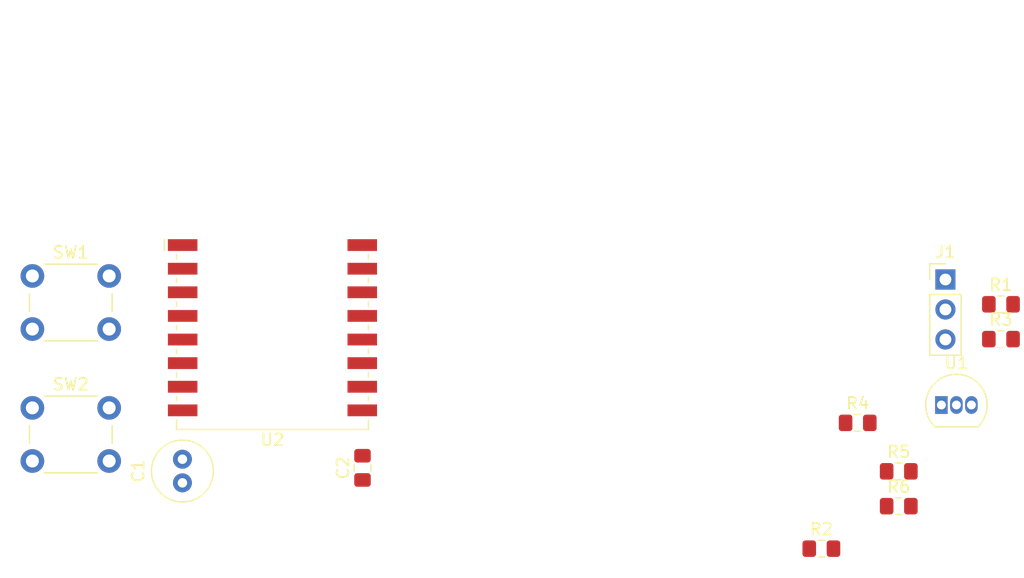
<source format=kicad_pcb>
(kicad_pcb (version 20171130) (host pcbnew 5.1.5+dfsg1-2build2)

  (general
    (thickness 1.6)
    (drawings 0)
    (tracks 0)
    (zones 0)
    (modules 13)
    (nets 16)
  )

  (page A4)
  (layers
    (0 F.Cu signal)
    (31 B.Cu signal)
    (32 B.Adhes user)
    (33 F.Adhes user)
    (34 B.Paste user)
    (35 F.Paste user)
    (36 B.SilkS user)
    (37 F.SilkS user)
    (38 B.Mask user)
    (39 F.Mask user)
    (40 Dwgs.User user)
    (41 Cmts.User user)
    (42 Eco1.User user)
    (43 Eco2.User user)
    (44 Edge.Cuts user)
    (45 Margin user)
    (46 B.CrtYd user)
    (47 F.CrtYd user)
    (48 B.Fab user)
    (49 F.Fab user)
  )

  (setup
    (last_trace_width 0.25)
    (trace_clearance 0.2)
    (zone_clearance 0.508)
    (zone_45_only no)
    (trace_min 0.2)
    (via_size 0.8)
    (via_drill 0.4)
    (via_min_size 0.4)
    (via_min_drill 0.3)
    (uvia_size 0.3)
    (uvia_drill 0.1)
    (uvias_allowed no)
    (uvia_min_size 0.2)
    (uvia_min_drill 0.1)
    (edge_width 0.05)
    (segment_width 0.2)
    (pcb_text_width 0.3)
    (pcb_text_size 1.5 1.5)
    (mod_edge_width 0.12)
    (mod_text_size 1 1)
    (mod_text_width 0.15)
    (pad_size 1.524 1.524)
    (pad_drill 0.762)
    (pad_to_mask_clearance 0.051)
    (solder_mask_min_width 0.25)
    (aux_axis_origin 0 0)
    (visible_elements FFFFFF7F)
    (pcbplotparams
      (layerselection 0x010fc_ffffffff)
      (usegerberextensions false)
      (usegerberattributes false)
      (usegerberadvancedattributes false)
      (creategerberjobfile false)
      (excludeedgelayer true)
      (linewidth 0.100000)
      (plotframeref false)
      (viasonmask false)
      (mode 1)
      (useauxorigin false)
      (hpglpennumber 1)
      (hpglpenspeed 20)
      (hpglpendiameter 15.000000)
      (psnegative false)
      (psa4output false)
      (plotreference true)
      (plotvalue true)
      (plotinvisibletext false)
      (padsonsilk false)
      (subtractmaskfromsilk false)
      (outputformat 1)
      (mirror false)
      (drillshape 1)
      (scaleselection 1)
      (outputdirectory ""))
  )

  (net 0 "")
  (net 1 "Net-(C1-Pad2)")
  (net 2 "Net-(C1-Pad1)")
  (net 3 "Net-(J1-Pad2)")
  (net 4 "Net-(J1-Pad1)")
  (net 5 "Net-(R1-Pad2)")
  (net 6 "Net-(R1-Pad1)")
  (net 7 "Net-(R3-Pad2)")
  (net 8 "Net-(R4-Pad2)")
  (net 9 "Net-(U2-Pad5)")
  (net 10 "Net-(U2-Pad6)")
  (net 11 "Net-(U2-Pad7)")
  (net 12 SDA)
  (net 13 SCL)
  (net 14 "Net-(R5-Pad2)")
  (net 15 "Net-(R6-Pad1)")

  (net_class Default "This is the default net class."
    (clearance 0.2)
    (trace_width 0.25)
    (via_dia 0.8)
    (via_drill 0.4)
    (uvia_dia 0.3)
    (uvia_drill 0.1)
    (add_net "Net-(C1-Pad1)")
    (add_net "Net-(C1-Pad2)")
    (add_net "Net-(J1-Pad1)")
    (add_net "Net-(J1-Pad2)")
    (add_net "Net-(R1-Pad1)")
    (add_net "Net-(R1-Pad2)")
    (add_net "Net-(R3-Pad2)")
    (add_net "Net-(R4-Pad2)")
    (add_net "Net-(R5-Pad2)")
    (add_net "Net-(R6-Pad1)")
    (add_net "Net-(U2-Pad5)")
    (add_net "Net-(U2-Pad6)")
    (add_net "Net-(U2-Pad7)")
    (add_net SCL)
    (add_net SDA)
  )

  (module Resistor_SMD:R_0805_2012Metric_Pad1.15x1.40mm_HandSolder (layer F.Cu) (tedit 5B36C52B) (tstamp 60A293D5)
    (at 246.38 147.32)
    (descr "Resistor SMD 0805 (2012 Metric), square (rectangular) end terminal, IPC_7351 nominal with elongated pad for handsoldering. (Body size source: https://docs.google.com/spreadsheets/d/1BsfQQcO9C6DZCsRaXUlFlo91Tg2WpOkGARC1WS5S8t0/edit?usp=sharing), generated with kicad-footprint-generator")
    (tags "resistor handsolder")
    (path /60AD0C2C)
    (attr smd)
    (fp_text reference R4 (at 0 -1.65) (layer F.SilkS)
      (effects (font (size 1 1) (thickness 0.15)))
    )
    (fp_text value 10k (at 0 1.65) (layer F.Fab)
      (effects (font (size 1 1) (thickness 0.15)))
    )
    (fp_text user %R (at 0 0) (layer F.Fab)
      (effects (font (size 0.5 0.5) (thickness 0.08)))
    )
    (fp_line (start 1.85 0.95) (end -1.85 0.95) (layer F.CrtYd) (width 0.05))
    (fp_line (start 1.85 -0.95) (end 1.85 0.95) (layer F.CrtYd) (width 0.05))
    (fp_line (start -1.85 -0.95) (end 1.85 -0.95) (layer F.CrtYd) (width 0.05))
    (fp_line (start -1.85 0.95) (end -1.85 -0.95) (layer F.CrtYd) (width 0.05))
    (fp_line (start -0.261252 0.71) (end 0.261252 0.71) (layer F.SilkS) (width 0.12))
    (fp_line (start -0.261252 -0.71) (end 0.261252 -0.71) (layer F.SilkS) (width 0.12))
    (fp_line (start 1 0.6) (end -1 0.6) (layer F.Fab) (width 0.1))
    (fp_line (start 1 -0.6) (end 1 0.6) (layer F.Fab) (width 0.1))
    (fp_line (start -1 -0.6) (end 1 -0.6) (layer F.Fab) (width 0.1))
    (fp_line (start -1 0.6) (end -1 -0.6) (layer F.Fab) (width 0.1))
    (pad 2 smd roundrect (at 1.025 0) (size 1.15 1.4) (layers F.Cu F.Paste F.Mask) (roundrect_rratio 0.217391)
      (net 8 "Net-(R4-Pad2)"))
    (pad 1 smd roundrect (at -1.025 0) (size 1.15 1.4) (layers F.Cu F.Paste F.Mask) (roundrect_rratio 0.217391)
      (net 2 "Net-(C1-Pad1)"))
    (model ${KISYS3DMOD}/Resistor_SMD.3dshapes/R_0805_2012Metric.wrl
      (at (xyz 0 0 0))
      (scale (xyz 1 1 1))
      (rotate (xyz 0 0 0))
    )
  )

  (module RF_Module:ESP-07 (layer F.Cu) (tedit 5B1D6972) (tstamp 60A28BC5)
    (at 196.85 137.16)
    (descr "Wi-Fi Module, http://wiki.ai-thinker.com/_media/esp8266/docs/a007ps01a2_esp-07_product_specification_v1.2.pdf")
    (tags "Wi-Fi Module")
    (path /60A2EFB5)
    (attr smd)
    (fp_text reference U2 (at 0 11.6) (layer F.SilkS)
      (effects (font (size 1 1) (thickness 0.15)))
    )
    (fp_text value ESP-07 (at 0 9.6) (layer F.Fab)
      (effects (font (size 1 1) (thickness 0.15)))
    )
    (fp_text user "No metal, traces, or components\non any PCB layer if using on-board antenna" (at 0 -14.3 180) (layer Cmts.User)
      (effects (font (size 0.8 0.8) (thickness 0.12)))
    )
    (fp_text user "KEEP-OUT ZONE" (at 0 -17.3 180) (layer Cmts.User)
      (effects (font (size 1 1) (thickness 0.15)))
    )
    (fp_text user %R (at 0 0) (layer F.Fab)
      (effects (font (size 1 1) (thickness 0.15)))
    )
    (fp_line (start -8 -10.6) (end 8 -10.6) (layer F.Fab) (width 0.1))
    (fp_line (start 8 -10.6) (end 8 10.6) (layer F.Fab) (width 0.1))
    (fp_line (start 8 10.6) (end -8 10.6) (layer F.Fab) (width 0.1))
    (fp_line (start -8 10.6) (end -8 -4.4) (layer F.Fab) (width 0.1))
    (fp_line (start -8 -4.4) (end -7.5 -4.9) (layer F.Fab) (width 0.1))
    (fp_line (start -7.5 -4.9) (end -8 -5.4) (layer F.Fab) (width 0.1))
    (fp_line (start -8 -5.4) (end -8 -10.6) (layer F.Fab) (width 0.1))
    (fp_line (start -9.1 -10.85) (end 9.1 -10.85) (layer F.CrtYd) (width 0.05))
    (fp_line (start 9.1 -10.85) (end 9.1 10.85) (layer F.CrtYd) (width 0.05))
    (fp_line (start 9.1 10.85) (end -9.1 10.85) (layer F.CrtYd) (width 0.05))
    (fp_line (start -9.1 10.85) (end -9.1 -10.85) (layer F.CrtYd) (width 0.05))
    (fp_line (start 8.12 9.9) (end 8.12 10.72) (layer F.SilkS) (width 0.12))
    (fp_line (start 8.12 10.72) (end -8.12 10.72) (layer F.SilkS) (width 0.12))
    (fp_line (start -8.12 10.72) (end -8.12 9.9) (layer F.SilkS) (width 0.12))
    (fp_line (start -9.15 -5.4) (end -9.15 -4.4) (layer F.SilkS) (width 0.12))
    (fp_line (start -23 -25.6) (end 23 -25.6) (layer Dwgs.User) (width 0.12))
    (fp_line (start -23 -25.6) (end -23 -6) (layer Dwgs.User) (width 0.12))
    (fp_line (start 23 -6) (end -23 -6) (layer Dwgs.User) (width 0.12))
    (fp_line (start 23 -6) (end 23 -25.6) (layer Dwgs.User) (width 0.12))
    (fp_line (start -20 -25.6) (end -23 -22.6) (layer Dwgs.User) (width 0.12))
    (fp_line (start -17 -25.6) (end -23 -19.6) (layer Dwgs.User) (width 0.12))
    (fp_line (start -14 -25.6) (end -23 -16.6) (layer Dwgs.User) (width 0.12))
    (fp_line (start -11 -25.6) (end -23 -13.6) (layer Dwgs.User) (width 0.12))
    (fp_line (start -8 -25.6) (end -23 -10.6) (layer Dwgs.User) (width 0.12))
    (fp_line (start -5 -25.6) (end -23 -7.6) (layer Dwgs.User) (width 0.12))
    (fp_line (start -2 -25.6) (end -21.6 -6) (layer Dwgs.User) (width 0.12))
    (fp_line (start 1 -25.6) (end -18.6 -6) (layer Dwgs.User) (width 0.12))
    (fp_line (start -15.6 -6) (end 4 -25.6) (layer Dwgs.User) (width 0.12))
    (fp_line (start -6.6 -6) (end 13 -25.6) (layer Dwgs.User) (width 0.12))
    (fp_line (start 10 -25.6) (end -9.6 -6) (layer Dwgs.User) (width 0.12))
    (fp_line (start 7 -25.6) (end -12.6 -6) (layer Dwgs.User) (width 0.12))
    (fp_line (start 2.4 -6) (end 22 -25.6) (layer Dwgs.User) (width 0.12))
    (fp_line (start 16 -25.6) (end -3.6 -6) (layer Dwgs.User) (width 0.12))
    (fp_line (start 19 -25.6) (end -0.6 -6) (layer Dwgs.User) (width 0.12))
    (fp_line (start 5.4 -6) (end 23 -23.6) (layer Dwgs.User) (width 0.12))
    (fp_line (start 23 -20.6) (end 8.4 -6) (layer Dwgs.User) (width 0.12))
    (fp_line (start 23 -17.6) (end 11.4 -6) (layer Dwgs.User) (width 0.12))
    (fp_line (start 23 -14.6) (end 14.4 -6) (layer Dwgs.User) (width 0.12))
    (fp_line (start 23 -11.6) (end 17.4 -6) (layer Dwgs.User) (width 0.12))
    (fp_line (start 23 -8.6) (end 20.4 -6) (layer Dwgs.User) (width 0.12))
    (fp_line (start -8.12 8.3) (end -8.12 7.9) (layer F.SilkS) (width 0.12))
    (fp_line (start 8.12 8.3) (end 8.12 7.9) (layer F.SilkS) (width 0.12))
    (fp_line (start -8.12 6.3) (end -8.12 5.9) (layer F.SilkS) (width 0.12))
    (fp_line (start 8.12 6.3) (end 8.12 5.9) (layer F.SilkS) (width 0.12))
    (fp_line (start -8.12 4.3) (end -8.12 3.9) (layer F.SilkS) (width 0.12))
    (fp_line (start 8.12 4.3) (end 8.12 3.9) (layer F.SilkS) (width 0.12))
    (fp_line (start -8.12 2.3) (end -8.12 1.9) (layer F.SilkS) (width 0.12))
    (fp_line (start 8.12 2.3) (end 8.12 1.9) (layer F.SilkS) (width 0.12))
    (fp_line (start -8.12 0.3) (end -8.12 -0.1) (layer F.SilkS) (width 0.12))
    (fp_line (start 8.12 0.3) (end 8.12 -0.1) (layer F.SilkS) (width 0.12))
    (fp_line (start -8.12 -1.7) (end -8.12 -2.1) (layer F.SilkS) (width 0.12))
    (fp_line (start 8.12 -1.7) (end 8.12 -2.1) (layer F.SilkS) (width 0.12))
    (fp_line (start -8.12 -3.7) (end -8.12 -4.1) (layer F.SilkS) (width 0.12))
    (fp_line (start 8.12 -3.7) (end 8.12 -4.1) (layer F.SilkS) (width 0.12))
    (pad 1 smd rect (at -7.6 -4.9) (size 2.5 1) (layers F.Cu F.Paste F.Mask)
      (net 7 "Net-(R3-Pad2)"))
    (pad 2 smd rect (at -7.6 -2.9) (size 2.5 1) (layers F.Cu F.Paste F.Mask)
      (net 5 "Net-(R1-Pad2)"))
    (pad 3 smd rect (at -7.6 -0.9) (size 2.5 1) (layers F.Cu F.Paste F.Mask)
      (net 2 "Net-(C1-Pad1)"))
    (pad 4 smd rect (at -7.6 1.1) (size 2.5 1) (layers F.Cu F.Paste F.Mask)
      (net 7 "Net-(R3-Pad2)"))
    (pad 5 smd rect (at -7.6 3.1) (size 2.5 1) (layers F.Cu F.Paste F.Mask)
      (net 9 "Net-(U2-Pad5)"))
    (pad 6 smd rect (at -7.6 5.1) (size 2.5 1) (layers F.Cu F.Paste F.Mask)
      (net 10 "Net-(U2-Pad6)"))
    (pad 7 smd rect (at -7.6 7.1) (size 2.5 1) (layers F.Cu F.Paste F.Mask)
      (net 11 "Net-(U2-Pad7)"))
    (pad 8 smd rect (at -7.6 9.1) (size 2.5 1) (layers F.Cu F.Paste F.Mask)
      (net 2 "Net-(C1-Pad1)"))
    (pad 9 smd rect (at 7.6 9.1) (size 2.5 1) (layers F.Cu F.Paste F.Mask)
      (net 1 "Net-(C1-Pad2)"))
    (pad 10 smd rect (at 7.6 7.1) (size 2.5 1) (layers F.Cu F.Paste F.Mask)
      (net 15 "Net-(R6-Pad1)"))
    (pad 11 smd rect (at 7.6 5.1) (size 2.5 1) (layers F.Cu F.Paste F.Mask)
      (net 14 "Net-(R5-Pad2)"))
    (pad 12 smd rect (at 7.6 3.1) (size 2.5 1) (layers F.Cu F.Paste F.Mask)
      (net 8 "Net-(R4-Pad2)"))
    (pad 13 smd rect (at 7.6 1.1) (size 2.5 1) (layers F.Cu F.Paste F.Mask)
      (net 12 SDA))
    (pad 14 smd rect (at 7.6 -0.9) (size 2.5 1) (layers F.Cu F.Paste F.Mask)
      (net 13 SCL))
    (pad 15 smd rect (at 7.6 -2.9) (size 2.5 1) (layers F.Cu F.Paste F.Mask)
      (net 3 "Net-(J1-Pad2)"))
    (pad 16 smd rect (at 7.6 -4.9) (size 2.5 1) (layers F.Cu F.Paste F.Mask)
      (net 4 "Net-(J1-Pad1)"))
    (model ${KISYS3DMOD}/RF_Module.3dshapes/ESP-07.wrl
      (at (xyz 0 0 0))
      (scale (xyz 1 1 1))
      (rotate (xyz 0 0 0))
    )
  )

  (module Package_TO_SOT_THT:TO-92_Inline (layer F.Cu) (tedit 5A1DD157) (tstamp 60A28B78)
    (at 253.465001 145.805001)
    (descr "TO-92 leads in-line, narrow, oval pads, drill 0.75mm (see NXP sot054_po.pdf)")
    (tags "to-92 sc-43 sc-43a sot54 PA33 transistor")
    (path /60A4CB9B)
    (fp_text reference U1 (at 1.27 -3.56) (layer F.SilkS)
      (effects (font (size 1 1) (thickness 0.15)))
    )
    (fp_text value MCP1700 (at 1.27 2.79) (layer F.Fab)
      (effects (font (size 1 1) (thickness 0.15)))
    )
    (fp_arc (start 1.27 0) (end 1.27 -2.6) (angle 135) (layer F.SilkS) (width 0.12))
    (fp_arc (start 1.27 0) (end 1.27 -2.48) (angle -135) (layer F.Fab) (width 0.1))
    (fp_arc (start 1.27 0) (end 1.27 -2.6) (angle -135) (layer F.SilkS) (width 0.12))
    (fp_arc (start 1.27 0) (end 1.27 -2.48) (angle 135) (layer F.Fab) (width 0.1))
    (fp_line (start 4 2.01) (end -1.46 2.01) (layer F.CrtYd) (width 0.05))
    (fp_line (start 4 2.01) (end 4 -2.73) (layer F.CrtYd) (width 0.05))
    (fp_line (start -1.46 -2.73) (end -1.46 2.01) (layer F.CrtYd) (width 0.05))
    (fp_line (start -1.46 -2.73) (end 4 -2.73) (layer F.CrtYd) (width 0.05))
    (fp_line (start -0.5 1.75) (end 3 1.75) (layer F.Fab) (width 0.1))
    (fp_line (start -0.53 1.85) (end 3.07 1.85) (layer F.SilkS) (width 0.12))
    (fp_text user %R (at 1.27 -3.56) (layer F.Fab)
      (effects (font (size 1 1) (thickness 0.15)))
    )
    (pad 1 thru_hole rect (at 0 0) (size 1.05 1.5) (drill 0.75) (layers *.Cu *.Mask)
      (net 1 "Net-(C1-Pad2)"))
    (pad 3 thru_hole oval (at 2.54 0) (size 1.05 1.5) (drill 0.75) (layers *.Cu *.Mask)
      (net 2 "Net-(C1-Pad1)"))
    (pad 2 thru_hole oval (at 1.27 0) (size 1.05 1.5) (drill 0.75) (layers *.Cu *.Mask)
      (net 6 "Net-(R1-Pad1)"))
    (model ${KISYS3DMOD}/Package_TO_SOT_THT.3dshapes/TO-92_Inline.wrl
      (at (xyz 0 0 0))
      (scale (xyz 1 1 1))
      (rotate (xyz 0 0 0))
    )
  )

  (module Button_Switch_THT:SW_PUSH_6mm (layer F.Cu) (tedit 5A02FE31) (tstamp 60A28B66)
    (at 176.53 146.05)
    (descr https://www.omron.com/ecb/products/pdf/en-b3f.pdf)
    (tags "tact sw push 6mm")
    (path /60A4B702)
    (fp_text reference SW2 (at 3.25 -2) (layer F.SilkS)
      (effects (font (size 1 1) (thickness 0.15)))
    )
    (fp_text value Flash (at 3.75 6.7) (layer F.Fab)
      (effects (font (size 1 1) (thickness 0.15)))
    )
    (fp_circle (center 3.25 2.25) (end 1.25 2.5) (layer F.Fab) (width 0.1))
    (fp_line (start 6.75 3) (end 6.75 1.5) (layer F.SilkS) (width 0.12))
    (fp_line (start 5.5 -1) (end 1 -1) (layer F.SilkS) (width 0.12))
    (fp_line (start -0.25 1.5) (end -0.25 3) (layer F.SilkS) (width 0.12))
    (fp_line (start 1 5.5) (end 5.5 5.5) (layer F.SilkS) (width 0.12))
    (fp_line (start 8 -1.25) (end 8 5.75) (layer F.CrtYd) (width 0.05))
    (fp_line (start 7.75 6) (end -1.25 6) (layer F.CrtYd) (width 0.05))
    (fp_line (start -1.5 5.75) (end -1.5 -1.25) (layer F.CrtYd) (width 0.05))
    (fp_line (start -1.25 -1.5) (end 7.75 -1.5) (layer F.CrtYd) (width 0.05))
    (fp_line (start -1.5 6) (end -1.25 6) (layer F.CrtYd) (width 0.05))
    (fp_line (start -1.5 5.75) (end -1.5 6) (layer F.CrtYd) (width 0.05))
    (fp_line (start -1.5 -1.5) (end -1.25 -1.5) (layer F.CrtYd) (width 0.05))
    (fp_line (start -1.5 -1.25) (end -1.5 -1.5) (layer F.CrtYd) (width 0.05))
    (fp_line (start 8 -1.5) (end 8 -1.25) (layer F.CrtYd) (width 0.05))
    (fp_line (start 7.75 -1.5) (end 8 -1.5) (layer F.CrtYd) (width 0.05))
    (fp_line (start 8 6) (end 8 5.75) (layer F.CrtYd) (width 0.05))
    (fp_line (start 7.75 6) (end 8 6) (layer F.CrtYd) (width 0.05))
    (fp_line (start 0.25 -0.75) (end 3.25 -0.75) (layer F.Fab) (width 0.1))
    (fp_line (start 0.25 5.25) (end 0.25 -0.75) (layer F.Fab) (width 0.1))
    (fp_line (start 6.25 5.25) (end 0.25 5.25) (layer F.Fab) (width 0.1))
    (fp_line (start 6.25 -0.75) (end 6.25 5.25) (layer F.Fab) (width 0.1))
    (fp_line (start 3.25 -0.75) (end 6.25 -0.75) (layer F.Fab) (width 0.1))
    (fp_text user %R (at 3.25 2.25) (layer F.Fab)
      (effects (font (size 1 1) (thickness 0.15)))
    )
    (pad 1 thru_hole circle (at 6.5 0 90) (size 2 2) (drill 1.1) (layers *.Cu *.Mask)
      (net 1 "Net-(C1-Pad2)"))
    (pad 2 thru_hole circle (at 6.5 4.5 90) (size 2 2) (drill 1.1) (layers *.Cu *.Mask)
      (net 8 "Net-(R4-Pad2)"))
    (pad 1 thru_hole circle (at 0 0 90) (size 2 2) (drill 1.1) (layers *.Cu *.Mask)
      (net 1 "Net-(C1-Pad2)"))
    (pad 2 thru_hole circle (at 0 4.5 90) (size 2 2) (drill 1.1) (layers *.Cu *.Mask)
      (net 8 "Net-(R4-Pad2)"))
    (model ${KISYS3DMOD}/Button_Switch_THT.3dshapes/SW_PUSH_6mm.wrl
      (at (xyz 0 0 0))
      (scale (xyz 1 1 1))
      (rotate (xyz 0 0 0))
    )
  )

  (module Button_Switch_THT:SW_PUSH_6mm (layer F.Cu) (tedit 5A02FE31) (tstamp 60A28B47)
    (at 176.53 134.875001)
    (descr https://www.omron.com/ecb/products/pdf/en-b3f.pdf)
    (tags "tact sw push 6mm")
    (path /60A454E8)
    (fp_text reference SW1 (at 3.25 -2) (layer F.SilkS)
      (effects (font (size 1 1) (thickness 0.15)))
    )
    (fp_text value Reset (at 3.75 6.7) (layer F.Fab)
      (effects (font (size 1 1) (thickness 0.15)))
    )
    (fp_circle (center 3.25 2.25) (end 1.25 2.5) (layer F.Fab) (width 0.1))
    (fp_line (start 6.75 3) (end 6.75 1.5) (layer F.SilkS) (width 0.12))
    (fp_line (start 5.5 -1) (end 1 -1) (layer F.SilkS) (width 0.12))
    (fp_line (start -0.25 1.5) (end -0.25 3) (layer F.SilkS) (width 0.12))
    (fp_line (start 1 5.5) (end 5.5 5.5) (layer F.SilkS) (width 0.12))
    (fp_line (start 8 -1.25) (end 8 5.75) (layer F.CrtYd) (width 0.05))
    (fp_line (start 7.75 6) (end -1.25 6) (layer F.CrtYd) (width 0.05))
    (fp_line (start -1.5 5.75) (end -1.5 -1.25) (layer F.CrtYd) (width 0.05))
    (fp_line (start -1.25 -1.5) (end 7.75 -1.5) (layer F.CrtYd) (width 0.05))
    (fp_line (start -1.5 6) (end -1.25 6) (layer F.CrtYd) (width 0.05))
    (fp_line (start -1.5 5.75) (end -1.5 6) (layer F.CrtYd) (width 0.05))
    (fp_line (start -1.5 -1.5) (end -1.25 -1.5) (layer F.CrtYd) (width 0.05))
    (fp_line (start -1.5 -1.25) (end -1.5 -1.5) (layer F.CrtYd) (width 0.05))
    (fp_line (start 8 -1.5) (end 8 -1.25) (layer F.CrtYd) (width 0.05))
    (fp_line (start 7.75 -1.5) (end 8 -1.5) (layer F.CrtYd) (width 0.05))
    (fp_line (start 8 6) (end 8 5.75) (layer F.CrtYd) (width 0.05))
    (fp_line (start 7.75 6) (end 8 6) (layer F.CrtYd) (width 0.05))
    (fp_line (start 0.25 -0.75) (end 3.25 -0.75) (layer F.Fab) (width 0.1))
    (fp_line (start 0.25 5.25) (end 0.25 -0.75) (layer F.Fab) (width 0.1))
    (fp_line (start 6.25 5.25) (end 0.25 5.25) (layer F.Fab) (width 0.1))
    (fp_line (start 6.25 -0.75) (end 6.25 5.25) (layer F.Fab) (width 0.1))
    (fp_line (start 3.25 -0.75) (end 6.25 -0.75) (layer F.Fab) (width 0.1))
    (fp_text user %R (at 3.25 2.25) (layer F.Fab)
      (effects (font (size 1 1) (thickness 0.15)))
    )
    (pad 1 thru_hole circle (at 6.5 0 90) (size 2 2) (drill 1.1) (layers *.Cu *.Mask)
      (net 1 "Net-(C1-Pad2)"))
    (pad 2 thru_hole circle (at 6.5 4.5 90) (size 2 2) (drill 1.1) (layers *.Cu *.Mask)
      (net 7 "Net-(R3-Pad2)"))
    (pad 1 thru_hole circle (at 0 0 90) (size 2 2) (drill 1.1) (layers *.Cu *.Mask)
      (net 1 "Net-(C1-Pad2)"))
    (pad 2 thru_hole circle (at 0 4.5 90) (size 2 2) (drill 1.1) (layers *.Cu *.Mask)
      (net 7 "Net-(R3-Pad2)"))
    (model ${KISYS3DMOD}/Button_Switch_THT.3dshapes/SW_PUSH_6mm.wrl
      (at (xyz 0 0 0))
      (scale (xyz 1 1 1))
      (rotate (xyz 0 0 0))
    )
  )

  (module Resistor_SMD:R_0805_2012Metric_Pad1.15x1.40mm_HandSolder (layer F.Cu) (tedit 5B36C52B) (tstamp 60A28B28)
    (at 249.855001 154.375001)
    (descr "Resistor SMD 0805 (2012 Metric), square (rectangular) end terminal, IPC_7351 nominal with elongated pad for handsoldering. (Body size source: https://docs.google.com/spreadsheets/d/1BsfQQcO9C6DZCsRaXUlFlo91Tg2WpOkGARC1WS5S8t0/edit?usp=sharing), generated with kicad-footprint-generator")
    (tags "resistor handsolder")
    (path /60AB345B)
    (attr smd)
    (fp_text reference R6 (at 0 -1.65) (layer F.SilkS)
      (effects (font (size 1 1) (thickness 0.15)))
    )
    (fp_text value 10k (at 0 1.65) (layer F.Fab)
      (effects (font (size 1 1) (thickness 0.15)))
    )
    (fp_text user %R (at 0.334999 0.564999) (layer F.Fab)
      (effects (font (size 0.5 0.5) (thickness 0.08)))
    )
    (fp_line (start 1.85 0.95) (end -1.85 0.95) (layer F.CrtYd) (width 0.05))
    (fp_line (start 1.85 -0.95) (end 1.85 0.95) (layer F.CrtYd) (width 0.05))
    (fp_line (start -1.85 -0.95) (end 1.85 -0.95) (layer F.CrtYd) (width 0.05))
    (fp_line (start -1.85 0.95) (end -1.85 -0.95) (layer F.CrtYd) (width 0.05))
    (fp_line (start -0.261252 0.71) (end 0.261252 0.71) (layer F.SilkS) (width 0.12))
    (fp_line (start -0.261252 -0.71) (end 0.261252 -0.71) (layer F.SilkS) (width 0.12))
    (fp_line (start 1 0.6) (end -1 0.6) (layer F.Fab) (width 0.1))
    (fp_line (start 1 -0.6) (end 1 0.6) (layer F.Fab) (width 0.1))
    (fp_line (start -1 -0.6) (end 1 -0.6) (layer F.Fab) (width 0.1))
    (fp_line (start -1 0.6) (end -1 -0.6) (layer F.Fab) (width 0.1))
    (pad 2 smd roundrect (at 1.025 0) (size 1.15 1.4) (layers F.Cu F.Paste F.Mask) (roundrect_rratio 0.217391)
      (net 1 "Net-(C1-Pad2)"))
    (pad 1 smd roundrect (at -1.025 0) (size 1.15 1.4) (layers F.Cu F.Paste F.Mask) (roundrect_rratio 0.217391)
      (net 15 "Net-(R6-Pad1)"))
    (model ${KISYS3DMOD}/Resistor_SMD.3dshapes/R_0805_2012Metric.wrl
      (at (xyz 0 0 0))
      (scale (xyz 1 1 1))
      (rotate (xyz 0 0 0))
    )
  )

  (module Resistor_SMD:R_0805_2012Metric_Pad1.15x1.40mm_HandSolder (layer F.Cu) (tedit 5B36C52B) (tstamp 60A28F1F)
    (at 249.855001 151.425001)
    (descr "Resistor SMD 0805 (2012 Metric), square (rectangular) end terminal, IPC_7351 nominal with elongated pad for handsoldering. (Body size source: https://docs.google.com/spreadsheets/d/1BsfQQcO9C6DZCsRaXUlFlo91Tg2WpOkGARC1WS5S8t0/edit?usp=sharing), generated with kicad-footprint-generator")
    (tags "resistor handsolder")
    (path /60AB6376)
    (attr smd)
    (fp_text reference R5 (at 0 -1.65) (layer F.SilkS)
      (effects (font (size 1 1) (thickness 0.15)))
    )
    (fp_text value 10k (at 0 1.65) (layer F.Fab)
      (effects (font (size 1 1) (thickness 0.15)))
    )
    (fp_text user %R (at 0 0) (layer F.Fab)
      (effects (font (size 0.5 0.5) (thickness 0.08)))
    )
    (fp_line (start 1.85 0.95) (end -1.85 0.95) (layer F.CrtYd) (width 0.05))
    (fp_line (start 1.85 -0.95) (end 1.85 0.95) (layer F.CrtYd) (width 0.05))
    (fp_line (start -1.85 -0.95) (end 1.85 -0.95) (layer F.CrtYd) (width 0.05))
    (fp_line (start -1.85 0.95) (end -1.85 -0.95) (layer F.CrtYd) (width 0.05))
    (fp_line (start -0.261252 0.71) (end 0.261252 0.71) (layer F.SilkS) (width 0.12))
    (fp_line (start -0.261252 -0.71) (end 0.261252 -0.71) (layer F.SilkS) (width 0.12))
    (fp_line (start 1 0.6) (end -1 0.6) (layer F.Fab) (width 0.1))
    (fp_line (start 1 -0.6) (end 1 0.6) (layer F.Fab) (width 0.1))
    (fp_line (start -1 -0.6) (end 1 -0.6) (layer F.Fab) (width 0.1))
    (fp_line (start -1 0.6) (end -1 -0.6) (layer F.Fab) (width 0.1))
    (pad 2 smd roundrect (at 1.025 0) (size 1.15 1.4) (layers F.Cu F.Paste F.Mask) (roundrect_rratio 0.217391)
      (net 14 "Net-(R5-Pad2)"))
    (pad 1 smd roundrect (at -1.025 0) (size 1.15 1.4) (layers F.Cu F.Paste F.Mask) (roundrect_rratio 0.217391)
      (net 2 "Net-(C1-Pad1)"))
    (model ${KISYS3DMOD}/Resistor_SMD.3dshapes/R_0805_2012Metric.wrl
      (at (xyz 0 0 0))
      (scale (xyz 1 1 1))
      (rotate (xyz 0 0 0))
    )
  )

  (module Resistor_SMD:R_0805_2012Metric_Pad1.15x1.40mm_HandSolder (layer F.Cu) (tedit 5B36C52B) (tstamp 60A28B06)
    (at 258.505001 140.225001)
    (descr "Resistor SMD 0805 (2012 Metric), square (rectangular) end terminal, IPC_7351 nominal with elongated pad for handsoldering. (Body size source: https://docs.google.com/spreadsheets/d/1BsfQQcO9C6DZCsRaXUlFlo91Tg2WpOkGARC1WS5S8t0/edit?usp=sharing), generated with kicad-footprint-generator")
    (tags "resistor handsolder")
    (path /60A3B6B9)
    (attr smd)
    (fp_text reference R3 (at 0 -1.65) (layer F.SilkS)
      (effects (font (size 1 1) (thickness 0.15)))
    )
    (fp_text value 10k (at 0 1.65) (layer F.Fab)
      (effects (font (size 1 1) (thickness 0.15)))
    )
    (fp_text user %R (at 0 0) (layer F.Fab)
      (effects (font (size 0.5 0.5) (thickness 0.08)))
    )
    (fp_line (start 1.85 0.95) (end -1.85 0.95) (layer F.CrtYd) (width 0.05))
    (fp_line (start 1.85 -0.95) (end 1.85 0.95) (layer F.CrtYd) (width 0.05))
    (fp_line (start -1.85 -0.95) (end 1.85 -0.95) (layer F.CrtYd) (width 0.05))
    (fp_line (start -1.85 0.95) (end -1.85 -0.95) (layer F.CrtYd) (width 0.05))
    (fp_line (start -0.261252 0.71) (end 0.261252 0.71) (layer F.SilkS) (width 0.12))
    (fp_line (start -0.261252 -0.71) (end 0.261252 -0.71) (layer F.SilkS) (width 0.12))
    (fp_line (start 1 0.6) (end -1 0.6) (layer F.Fab) (width 0.1))
    (fp_line (start 1 -0.6) (end 1 0.6) (layer F.Fab) (width 0.1))
    (fp_line (start -1 -0.6) (end 1 -0.6) (layer F.Fab) (width 0.1))
    (fp_line (start -1 0.6) (end -1 -0.6) (layer F.Fab) (width 0.1))
    (pad 2 smd roundrect (at 1.025 0) (size 1.15 1.4) (layers F.Cu F.Paste F.Mask) (roundrect_rratio 0.217391)
      (net 7 "Net-(R3-Pad2)"))
    (pad 1 smd roundrect (at -1.025 0) (size 1.15 1.4) (layers F.Cu F.Paste F.Mask) (roundrect_rratio 0.217391)
      (net 2 "Net-(C1-Pad1)"))
    (model ${KISYS3DMOD}/Resistor_SMD.3dshapes/R_0805_2012Metric.wrl
      (at (xyz 0 0 0))
      (scale (xyz 1 1 1))
      (rotate (xyz 0 0 0))
    )
  )

  (module Resistor_SMD:R_0805_2012Metric_Pad1.15x1.40mm_HandSolder (layer F.Cu) (tedit 5B36C52B) (tstamp 60A28AF5)
    (at 243.305001 157.975001)
    (descr "Resistor SMD 0805 (2012 Metric), square (rectangular) end terminal, IPC_7351 nominal with elongated pad for handsoldering. (Body size source: https://docs.google.com/spreadsheets/d/1BsfQQcO9C6DZCsRaXUlFlo91Tg2WpOkGARC1WS5S8t0/edit?usp=sharing), generated with kicad-footprint-generator")
    (tags "resistor handsolder")
    (path /60A5C09B)
    (attr smd)
    (fp_text reference R2 (at 0 -1.65) (layer F.SilkS)
      (effects (font (size 1 1) (thickness 0.15)))
    )
    (fp_text value 33k (at 0 1.65) (layer F.Fab)
      (effects (font (size 1 1) (thickness 0.15)))
    )
    (fp_text user %R (at 0 0) (layer F.Fab)
      (effects (font (size 0.5 0.5) (thickness 0.08)))
    )
    (fp_line (start 1.85 0.95) (end -1.85 0.95) (layer F.CrtYd) (width 0.05))
    (fp_line (start 1.85 -0.95) (end 1.85 0.95) (layer F.CrtYd) (width 0.05))
    (fp_line (start -1.85 -0.95) (end 1.85 -0.95) (layer F.CrtYd) (width 0.05))
    (fp_line (start -1.85 0.95) (end -1.85 -0.95) (layer F.CrtYd) (width 0.05))
    (fp_line (start -0.261252 0.71) (end 0.261252 0.71) (layer F.SilkS) (width 0.12))
    (fp_line (start -0.261252 -0.71) (end 0.261252 -0.71) (layer F.SilkS) (width 0.12))
    (fp_line (start 1 0.6) (end -1 0.6) (layer F.Fab) (width 0.1))
    (fp_line (start 1 -0.6) (end 1 0.6) (layer F.Fab) (width 0.1))
    (fp_line (start -1 -0.6) (end 1 -0.6) (layer F.Fab) (width 0.1))
    (fp_line (start -1 0.6) (end -1 -0.6) (layer F.Fab) (width 0.1))
    (pad 2 smd roundrect (at 1.025 0) (size 1.15 1.4) (layers F.Cu F.Paste F.Mask) (roundrect_rratio 0.217391)
      (net 1 "Net-(C1-Pad2)"))
    (pad 1 smd roundrect (at -1.025 0) (size 1.15 1.4) (layers F.Cu F.Paste F.Mask) (roundrect_rratio 0.217391)
      (net 5 "Net-(R1-Pad2)"))
    (model ${KISYS3DMOD}/Resistor_SMD.3dshapes/R_0805_2012Metric.wrl
      (at (xyz 0 0 0))
      (scale (xyz 1 1 1))
      (rotate (xyz 0 0 0))
    )
  )

  (module Resistor_SMD:R_0805_2012Metric_Pad1.15x1.40mm_HandSolder (layer F.Cu) (tedit 5B36C52B) (tstamp 60A28AE4)
    (at 258.505001 137.275001)
    (descr "Resistor SMD 0805 (2012 Metric), square (rectangular) end terminal, IPC_7351 nominal with elongated pad for handsoldering. (Body size source: https://docs.google.com/spreadsheets/d/1BsfQQcO9C6DZCsRaXUlFlo91Tg2WpOkGARC1WS5S8t0/edit?usp=sharing), generated with kicad-footprint-generator")
    (tags "resistor handsolder")
    (path /60A5BA83)
    (attr smd)
    (fp_text reference R1 (at 0 -1.65) (layer F.SilkS)
      (effects (font (size 1 1) (thickness 0.15)))
    )
    (fp_text value 100k (at 0 1.65) (layer F.Fab)
      (effects (font (size 1 1) (thickness 0.15)))
    )
    (fp_text user %R (at 0 0) (layer F.Fab)
      (effects (font (size 0.5 0.5) (thickness 0.08)))
    )
    (fp_line (start 1.85 0.95) (end -1.85 0.95) (layer F.CrtYd) (width 0.05))
    (fp_line (start 1.85 -0.95) (end 1.85 0.95) (layer F.CrtYd) (width 0.05))
    (fp_line (start -1.85 -0.95) (end 1.85 -0.95) (layer F.CrtYd) (width 0.05))
    (fp_line (start -1.85 0.95) (end -1.85 -0.95) (layer F.CrtYd) (width 0.05))
    (fp_line (start -0.261252 0.71) (end 0.261252 0.71) (layer F.SilkS) (width 0.12))
    (fp_line (start -0.261252 -0.71) (end 0.261252 -0.71) (layer F.SilkS) (width 0.12))
    (fp_line (start 1 0.6) (end -1 0.6) (layer F.Fab) (width 0.1))
    (fp_line (start 1 -0.6) (end 1 0.6) (layer F.Fab) (width 0.1))
    (fp_line (start -1 -0.6) (end 1 -0.6) (layer F.Fab) (width 0.1))
    (fp_line (start -1 0.6) (end -1 -0.6) (layer F.Fab) (width 0.1))
    (pad 2 smd roundrect (at 1.025 0) (size 1.15 1.4) (layers F.Cu F.Paste F.Mask) (roundrect_rratio 0.217391)
      (net 5 "Net-(R1-Pad2)"))
    (pad 1 smd roundrect (at -1.025 0) (size 1.15 1.4) (layers F.Cu F.Paste F.Mask) (roundrect_rratio 0.217391)
      (net 6 "Net-(R1-Pad1)"))
    (model ${KISYS3DMOD}/Resistor_SMD.3dshapes/R_0805_2012Metric.wrl
      (at (xyz 0 0 0))
      (scale (xyz 1 1 1))
      (rotate (xyz 0 0 0))
    )
  )

  (module Connector_PinHeader_2.54mm:PinHeader_1x03_P2.54mm_Vertical (layer F.Cu) (tedit 59FED5CC) (tstamp 60A28AD3)
    (at 253.805001 135.175001)
    (descr "Through hole straight pin header, 1x03, 2.54mm pitch, single row")
    (tags "Through hole pin header THT 1x03 2.54mm single row")
    (path /60ABDA6A)
    (fp_text reference J1 (at 0 -2.33) (layer F.SilkS)
      (effects (font (size 1 1) (thickness 0.15)))
    )
    (fp_text value Prog (at 0 7.41) (layer F.Fab)
      (effects (font (size 1 1) (thickness 0.15)))
    )
    (fp_text user %R (at 0 2.54 90) (layer F.Fab)
      (effects (font (size 1 1) (thickness 0.15)))
    )
    (fp_line (start 1.8 -1.8) (end -1.8 -1.8) (layer F.CrtYd) (width 0.05))
    (fp_line (start 1.8 6.85) (end 1.8 -1.8) (layer F.CrtYd) (width 0.05))
    (fp_line (start -1.8 6.85) (end 1.8 6.85) (layer F.CrtYd) (width 0.05))
    (fp_line (start -1.8 -1.8) (end -1.8 6.85) (layer F.CrtYd) (width 0.05))
    (fp_line (start -1.33 -1.33) (end 0 -1.33) (layer F.SilkS) (width 0.12))
    (fp_line (start -1.33 0) (end -1.33 -1.33) (layer F.SilkS) (width 0.12))
    (fp_line (start -1.33 1.27) (end 1.33 1.27) (layer F.SilkS) (width 0.12))
    (fp_line (start 1.33 1.27) (end 1.33 6.41) (layer F.SilkS) (width 0.12))
    (fp_line (start -1.33 1.27) (end -1.33 6.41) (layer F.SilkS) (width 0.12))
    (fp_line (start -1.33 6.41) (end 1.33 6.41) (layer F.SilkS) (width 0.12))
    (fp_line (start -1.27 -0.635) (end -0.635 -1.27) (layer F.Fab) (width 0.1))
    (fp_line (start -1.27 6.35) (end -1.27 -0.635) (layer F.Fab) (width 0.1))
    (fp_line (start 1.27 6.35) (end -1.27 6.35) (layer F.Fab) (width 0.1))
    (fp_line (start 1.27 -1.27) (end 1.27 6.35) (layer F.Fab) (width 0.1))
    (fp_line (start -0.635 -1.27) (end 1.27 -1.27) (layer F.Fab) (width 0.1))
    (pad 3 thru_hole oval (at 0 5.08) (size 1.7 1.7) (drill 1) (layers *.Cu *.Mask)
      (net 1 "Net-(C1-Pad2)"))
    (pad 2 thru_hole oval (at 0 2.54) (size 1.7 1.7) (drill 1) (layers *.Cu *.Mask)
      (net 3 "Net-(J1-Pad2)"))
    (pad 1 thru_hole rect (at 0 0) (size 1.7 1.7) (drill 1) (layers *.Cu *.Mask)
      (net 4 "Net-(J1-Pad1)"))
    (model ${KISYS3DMOD}/Connector_PinHeader_2.54mm.3dshapes/PinHeader_1x03_P2.54mm_Vertical.wrl
      (at (xyz 0 0 0))
      (scale (xyz 1 1 1))
      (rotate (xyz 0 0 0))
    )
  )

  (module Capacitor_SMD:C_0805_2012Metric_Pad1.15x1.40mm_HandSolder (layer F.Cu) (tedit 5B36C52B) (tstamp 60A28ABC)
    (at 204.47 151.13 90)
    (descr "Capacitor SMD 0805 (2012 Metric), square (rectangular) end terminal, IPC_7351 nominal with elongated pad for handsoldering. (Body size source: https://docs.google.com/spreadsheets/d/1BsfQQcO9C6DZCsRaXUlFlo91Tg2WpOkGARC1WS5S8t0/edit?usp=sharing), generated with kicad-footprint-generator")
    (tags "capacitor handsolder")
    (path /60A7A25C)
    (attr smd)
    (fp_text reference C2 (at 0 -1.65 90) (layer F.SilkS)
      (effects (font (size 1 1) (thickness 0.15)))
    )
    (fp_text value 100nF (at 0 1.65 90) (layer F.Fab)
      (effects (font (size 1 1) (thickness 0.15)))
    )
    (fp_text user %R (at 0 0 90) (layer F.Fab)
      (effects (font (size 0.5 0.5) (thickness 0.08)))
    )
    (fp_line (start 1.85 0.95) (end -1.85 0.95) (layer F.CrtYd) (width 0.05))
    (fp_line (start 1.85 -0.95) (end 1.85 0.95) (layer F.CrtYd) (width 0.05))
    (fp_line (start -1.85 -0.95) (end 1.85 -0.95) (layer F.CrtYd) (width 0.05))
    (fp_line (start -1.85 0.95) (end -1.85 -0.95) (layer F.CrtYd) (width 0.05))
    (fp_line (start -0.261252 0.71) (end 0.261252 0.71) (layer F.SilkS) (width 0.12))
    (fp_line (start -0.261252 -0.71) (end 0.261252 -0.71) (layer F.SilkS) (width 0.12))
    (fp_line (start 1 0.6) (end -1 0.6) (layer F.Fab) (width 0.1))
    (fp_line (start 1 -0.6) (end 1 0.6) (layer F.Fab) (width 0.1))
    (fp_line (start -1 -0.6) (end 1 -0.6) (layer F.Fab) (width 0.1))
    (fp_line (start -1 0.6) (end -1 -0.6) (layer F.Fab) (width 0.1))
    (pad 2 smd roundrect (at 1.025 0 90) (size 1.15 1.4) (layers F.Cu F.Paste F.Mask) (roundrect_rratio 0.217391)
      (net 1 "Net-(C1-Pad2)"))
    (pad 1 smd roundrect (at -1.025 0 90) (size 1.15 1.4) (layers F.Cu F.Paste F.Mask) (roundrect_rratio 0.217391)
      (net 2 "Net-(C1-Pad1)"))
    (model ${KISYS3DMOD}/Capacitor_SMD.3dshapes/C_0805_2012Metric.wrl
      (at (xyz 0 0 0))
      (scale (xyz 1 1 1))
      (rotate (xyz 0 0 0))
    )
  )

  (module Capacitor_THT:C_Radial_D5.0mm_H11.0mm_P2.00mm (layer F.Cu) (tedit 5BC5C9B9) (tstamp 60A28AAB)
    (at 189.23 152.4 90)
    (descr "C, Radial series, Radial, pin pitch=2.00mm, diameter=5mm, height=11mm, Non-Polar Electrolytic Capacitor")
    (tags "C Radial series Radial pin pitch 2.00mm diameter 5mm height 11mm Non-Polar Electrolytic Capacitor")
    (path /60A7B2D6)
    (fp_text reference C1 (at 1 -3.75 90) (layer F.SilkS)
      (effects (font (size 1 1) (thickness 0.15)))
    )
    (fp_text value 100uF (at 1 3.75 90) (layer F.Fab)
      (effects (font (size 1 1) (thickness 0.15)))
    )
    (fp_text user %R (at 1 0 90) (layer F.Fab)
      (effects (font (size 1 1) (thickness 0.15)))
    )
    (fp_circle (center 1 0) (end 3.75 0) (layer F.CrtYd) (width 0.05))
    (fp_circle (center 1 0) (end 3.62 0) (layer F.SilkS) (width 0.12))
    (fp_circle (center 1 0) (end 3.5 0) (layer F.Fab) (width 0.1))
    (pad 2 thru_hole circle (at 2 0 90) (size 1.6 1.6) (drill 0.8) (layers *.Cu *.Mask)
      (net 1 "Net-(C1-Pad2)"))
    (pad 1 thru_hole circle (at 0 0 90) (size 1.6 1.6) (drill 0.8) (layers *.Cu *.Mask)
      (net 2 "Net-(C1-Pad1)"))
    (model ${KISYS3DMOD}/Capacitor_THT.3dshapes/C_Radial_D5.0mm_H11.0mm_P2.00mm.wrl
      (at (xyz 0 0 0))
      (scale (xyz 1 1 1))
      (rotate (xyz 0 0 0))
    )
  )

)

</source>
